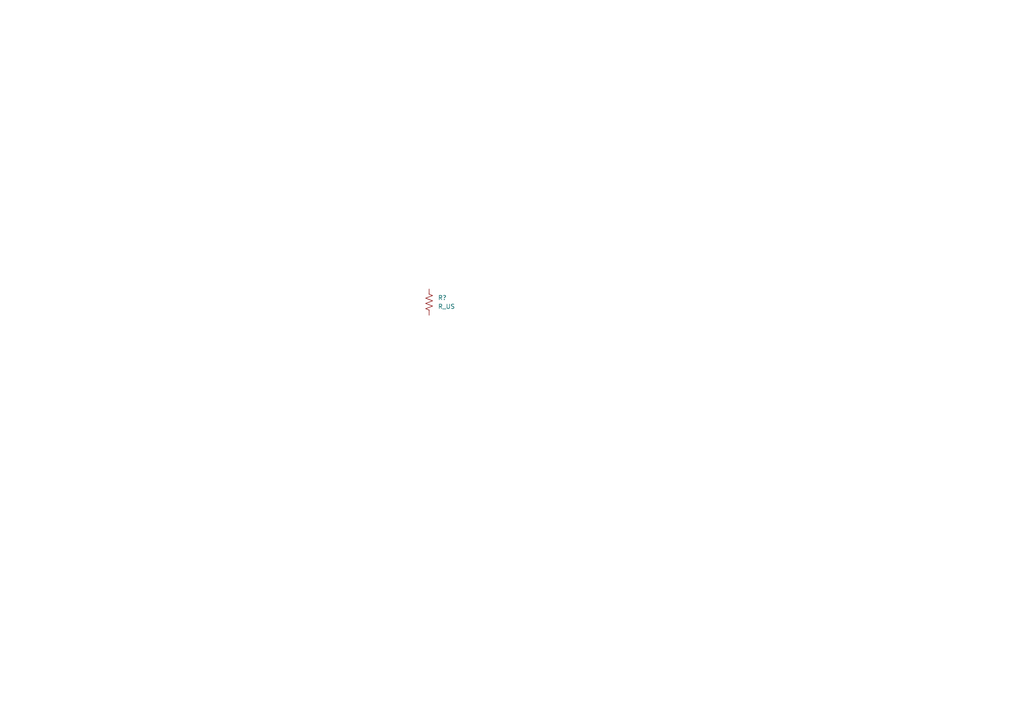
<source format=kicad_sch>
(kicad_sch (version 20211123) (generator eeschema)
  (paper "A4")
  (lib_symbols
    (symbol "Device:R_US" (pin_numbers hide) (pin_names (offset 0))
      (property "Reference" "R" (at 2.54 0 90))
      (property "Value" "R_US" (at -2.54 0 90))
      (symbol "R_US_0_1"
        (polyline (pts (xy 0 -2.286) (xy 0 -2.54)))
        (polyline (pts (xy 0 2.286) (xy 0 2.54)))
        (polyline (pts (xy 0 -0.762) (xy 1.016 -1.143) (xy 0 -1.524) (xy -1.016 -1.905) (xy 0 -2.286)))
        (polyline (pts (xy 0 0.762) (xy 1.016 0.381) (xy 0 0) (xy -1.016 -0.381) (xy 0 -0.762)))
        (polyline (pts (xy 0 2.286) (xy 1.016 1.905) (xy 0 1.524) (xy -1.016 1.143) (xy 0 0.762)))
      )
      (symbol "R_US_1_1"
        (pin passive line (at 0 3.81 270) (length 1.27) (name "~") (number "1"))
        (pin passive line (at 0 -3.81 90) (length 1.27) (name "~") (number "2"))
      )
    )
  )
  (symbol (lib_id "Device:R_US") (at 124.46 87.63 0) (unit 1)
    (property "Reference" "R?" (at 127 86.3599 0) (effects (justify left)))
    (property "Value" "R_US" (at 127 88.8999 0) (effects (justify left)))
  )
)
</source>
